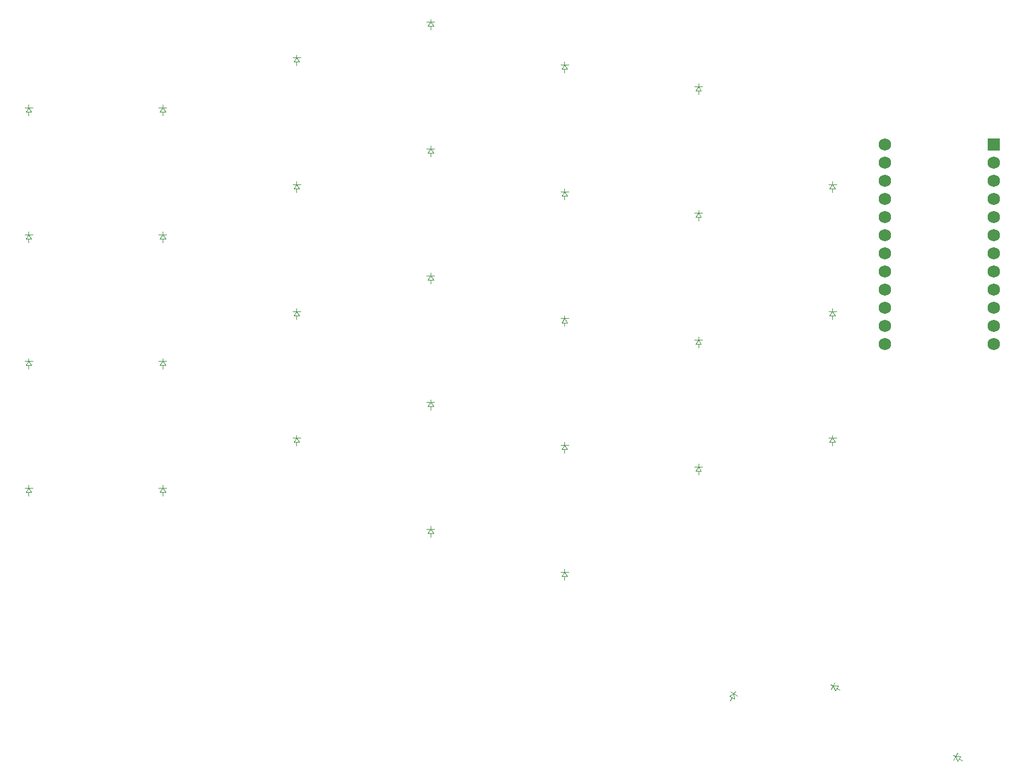
<source format=gbr>
%TF.GenerationSoftware,KiCad,Pcbnew,9.0.7*%
%TF.CreationDate,2026-01-28T22:46:33+01:00*%
%TF.ProjectId,board_left_finished,626f6172-645f-46c6-9566-745f66696e69,v1.0.0*%
%TF.SameCoordinates,Original*%
%TF.FileFunction,Legend,Bot*%
%TF.FilePolarity,Positive*%
%FSLAX46Y46*%
G04 Gerber Fmt 4.6, Leading zero omitted, Abs format (unit mm)*
G04 Created by KiCad (PCBNEW 9.0.7) date 2026-01-28 22:46:33*
%MOMM*%
%LPD*%
G01*
G04 APERTURE LIST*
%ADD10C,0.100000*%
%ADD11R,1.752600X1.752600*%
%ADD12C,1.752600*%
G04 APERTURE END LIST*
D10*
%TO.C,D1*%
X105600000Y-130500000D02*
X106000000Y-129900000D01*
X106000000Y-129500000D02*
X106000000Y-129900000D01*
X106000000Y-129900000D02*
X105450000Y-129900000D01*
X106000000Y-129900000D02*
X106400000Y-130500000D01*
X106000000Y-129900000D02*
X106550000Y-129900000D01*
X106000000Y-130500000D02*
X106000000Y-131000000D01*
X106400000Y-130500000D02*
X105600000Y-130500000D01*
%TO.C,D10*%
X143100000Y-105750000D02*
X143500000Y-105150000D01*
X143500000Y-104750000D02*
X143500000Y-105150000D01*
X143500000Y-105150000D02*
X142950000Y-105150000D01*
X143500000Y-105150000D02*
X143900000Y-105750000D01*
X143500000Y-105150000D02*
X144050000Y-105150000D01*
X143500000Y-105750000D02*
X143500000Y-106250000D01*
X143900000Y-105750000D02*
X143100000Y-105750000D01*
%TO.C,D8*%
X124350000Y-77250000D02*
X124750000Y-76650000D01*
X124750000Y-76250000D02*
X124750000Y-76650000D01*
X124750000Y-76650000D02*
X124200000Y-76650000D01*
X124750000Y-76650000D02*
X125150000Y-77250000D01*
X124750000Y-76650000D02*
X125300000Y-76650000D01*
X124750000Y-77250000D02*
X124750000Y-77750000D01*
X125150000Y-77250000D02*
X124350000Y-77250000D01*
%TO.C,D2*%
X105600000Y-112750000D02*
X106000000Y-112150000D01*
X106000000Y-111750000D02*
X106000000Y-112150000D01*
X106000000Y-112150000D02*
X105450000Y-112150000D01*
X106000000Y-112150000D02*
X106400000Y-112750000D01*
X106000000Y-112150000D02*
X106550000Y-112150000D01*
X106000000Y-112750000D02*
X106000000Y-113250000D01*
X106400000Y-112750000D02*
X105600000Y-112750000D01*
%TO.C,D18*%
X180600000Y-142250000D02*
X181000000Y-141650000D01*
X181000000Y-141250000D02*
X181000000Y-141650000D01*
X181000000Y-141650000D02*
X180450000Y-141650000D01*
X181000000Y-141650000D02*
X181400000Y-142250000D01*
X181000000Y-141650000D02*
X181550000Y-141650000D01*
X181000000Y-142250000D02*
X181000000Y-142750000D01*
X181400000Y-142250000D02*
X180600000Y-142250000D01*
%TO.C,D32*%
X235386081Y-167298200D02*
X235732491Y-167498200D01*
X235732491Y-167498200D02*
X235457491Y-167974514D01*
X235732491Y-167498200D02*
X236007491Y-167021886D01*
X235732491Y-167498200D02*
X236452106Y-167451790D01*
X236052106Y-168144610D02*
X235732491Y-167498200D01*
X236252106Y-167798200D02*
X236685119Y-168048200D01*
X236452106Y-167451790D02*
X236052106Y-168144610D01*
%TO.C,D7*%
X124350000Y-95000000D02*
X124750000Y-94400000D01*
X124750000Y-94000000D02*
X124750000Y-94400000D01*
X124750000Y-94400000D02*
X124200000Y-94400000D01*
X124750000Y-94400000D02*
X125150000Y-95000000D01*
X124750000Y-94400000D02*
X125300000Y-94400000D01*
X124750000Y-95000000D02*
X124750000Y-95500000D01*
X125150000Y-95000000D02*
X124350000Y-95000000D01*
%TO.C,D28*%
X218100000Y-105750000D02*
X218500000Y-105150000D01*
X218500000Y-104750000D02*
X218500000Y-105150000D01*
X218500000Y-105150000D02*
X217950000Y-105150000D01*
X218500000Y-105150000D02*
X218900000Y-105750000D01*
X218500000Y-105150000D02*
X219050000Y-105150000D01*
X218500000Y-105750000D02*
X218500000Y-106250000D01*
X218900000Y-105750000D02*
X218100000Y-105750000D01*
%TO.C,D13*%
X161850000Y-136250000D02*
X162250000Y-135650000D01*
X162250000Y-135250000D02*
X162250000Y-135650000D01*
X162250000Y-135650000D02*
X161700000Y-135650000D01*
X162250000Y-135650000D02*
X162650000Y-136250000D01*
X162250000Y-135650000D02*
X162800000Y-135650000D01*
X162250000Y-136250000D02*
X162250000Y-136750000D01*
X162650000Y-136250000D02*
X161850000Y-136250000D01*
%TO.C,D30*%
X204072790Y-159034406D02*
X204719200Y-158714791D01*
X204419200Y-159234406D02*
X204169200Y-159667419D01*
X204719200Y-158714791D02*
X204242886Y-158439791D01*
X204719200Y-158714791D02*
X204765610Y-159434406D01*
X204719200Y-158714791D02*
X205195514Y-158989791D01*
X204765610Y-159434406D02*
X204072790Y-159034406D01*
X204919200Y-158368381D02*
X204719200Y-158714791D01*
%TO.C,D17*%
X161850000Y-65250000D02*
X162250000Y-64650000D01*
X162250000Y-64250000D02*
X162250000Y-64650000D01*
X162250000Y-64650000D02*
X161700000Y-64650000D01*
X162250000Y-64650000D02*
X162650000Y-65250000D01*
X162250000Y-64650000D02*
X162800000Y-64650000D01*
X162250000Y-65250000D02*
X162250000Y-65750000D01*
X162650000Y-65250000D02*
X161850000Y-65250000D01*
%TO.C,D22*%
X180600000Y-71250000D02*
X181000000Y-70650000D01*
X181000000Y-70250000D02*
X181000000Y-70650000D01*
X181000000Y-70650000D02*
X180450000Y-70650000D01*
X181000000Y-70650000D02*
X181400000Y-71250000D01*
X181000000Y-70650000D02*
X181550000Y-70650000D01*
X181000000Y-71250000D02*
X181000000Y-71750000D01*
X181400000Y-71250000D02*
X180600000Y-71250000D01*
%TO.C,D27*%
X218100000Y-123500000D02*
X218500000Y-122900000D01*
X218500000Y-122500000D02*
X218500000Y-122900000D01*
X218500000Y-122900000D02*
X217950000Y-122900000D01*
X218500000Y-122900000D02*
X218900000Y-123500000D01*
X218500000Y-122900000D02*
X219050000Y-122900000D01*
X218500000Y-123500000D02*
X218500000Y-124000000D01*
X218900000Y-123500000D02*
X218100000Y-123500000D01*
%TO.C,D5*%
X124350000Y-130500000D02*
X124750000Y-129900000D01*
X124750000Y-129500000D02*
X124750000Y-129900000D01*
X124750000Y-129900000D02*
X124200000Y-129900000D01*
X124750000Y-129900000D02*
X125150000Y-130500000D01*
X124750000Y-129900000D02*
X125300000Y-129900000D01*
X124750000Y-130500000D02*
X124750000Y-131000000D01*
X125150000Y-130500000D02*
X124350000Y-130500000D01*
%TO.C,D3*%
X105600000Y-95000000D02*
X106000000Y-94400000D01*
X106000000Y-94000000D02*
X106000000Y-94400000D01*
X106000000Y-94400000D02*
X105450000Y-94400000D01*
X106000000Y-94400000D02*
X106400000Y-95000000D01*
X106000000Y-94400000D02*
X106550000Y-94400000D01*
X106000000Y-95000000D02*
X106000000Y-95500000D01*
X106400000Y-95000000D02*
X105600000Y-95000000D01*
%TO.C,D15*%
X161850000Y-100750000D02*
X162250000Y-100150000D01*
X162250000Y-99750000D02*
X162250000Y-100150000D01*
X162250000Y-100150000D02*
X161700000Y-100150000D01*
X162250000Y-100150000D02*
X162650000Y-100750000D01*
X162250000Y-100150000D02*
X162800000Y-100150000D01*
X162250000Y-100750000D02*
X162250000Y-101250000D01*
X162650000Y-100750000D02*
X161850000Y-100750000D01*
%TO.C,D20*%
X180600000Y-106750000D02*
X181000000Y-106150000D01*
X181000000Y-105750000D02*
X181000000Y-106150000D01*
X181000000Y-106150000D02*
X180450000Y-106150000D01*
X181000000Y-106150000D02*
X181400000Y-106750000D01*
X181000000Y-106150000D02*
X181550000Y-106150000D01*
X181000000Y-106750000D02*
X181000000Y-107250000D01*
X181400000Y-106750000D02*
X180600000Y-106750000D01*
%TO.C,D16*%
X161850000Y-83000000D02*
X162250000Y-82400000D01*
X162250000Y-82000000D02*
X162250000Y-82400000D01*
X162250000Y-82400000D02*
X161700000Y-82400000D01*
X162250000Y-82400000D02*
X162650000Y-83000000D01*
X162250000Y-82400000D02*
X162800000Y-82400000D01*
X162250000Y-83000000D02*
X162250000Y-83500000D01*
X162650000Y-83000000D02*
X161850000Y-83000000D01*
%TO.C,D9*%
X143100000Y-123500000D02*
X143500000Y-122900000D01*
X143500000Y-122500000D02*
X143500000Y-122900000D01*
X143500000Y-122900000D02*
X142950000Y-122900000D01*
X143500000Y-122900000D02*
X143900000Y-123500000D01*
X143500000Y-122900000D02*
X144050000Y-122900000D01*
X143500000Y-123500000D02*
X143500000Y-124000000D01*
X143900000Y-123500000D02*
X143100000Y-123500000D01*
%TO.C,D4*%
X105600000Y-77250000D02*
X106000000Y-76650000D01*
X106000000Y-76250000D02*
X106000000Y-76650000D01*
X106000000Y-76650000D02*
X105450000Y-76650000D01*
X106000000Y-76650000D02*
X106400000Y-77250000D01*
X106000000Y-76650000D02*
X106550000Y-76650000D01*
X106000000Y-77250000D02*
X106000000Y-77750000D01*
X106400000Y-77250000D02*
X105600000Y-77250000D01*
%TO.C,D19*%
X180600000Y-124500000D02*
X181000000Y-123900000D01*
X181000000Y-123500000D02*
X181000000Y-123900000D01*
X181000000Y-123900000D02*
X180450000Y-123900000D01*
X181000000Y-123900000D02*
X181400000Y-124500000D01*
X181000000Y-123900000D02*
X181550000Y-123900000D01*
X181000000Y-124500000D02*
X181000000Y-125000000D01*
X181400000Y-124500000D02*
X180600000Y-124500000D01*
%TO.C,D11*%
X143100000Y-88000000D02*
X143500000Y-87400000D01*
X143500000Y-87000000D02*
X143500000Y-87400000D01*
X143500000Y-87400000D02*
X142950000Y-87400000D01*
X143500000Y-87400000D02*
X143900000Y-88000000D01*
X143500000Y-87400000D02*
X144050000Y-87400000D01*
X143500000Y-88000000D02*
X143500000Y-88500000D01*
X143900000Y-88000000D02*
X143100000Y-88000000D01*
%TO.C,D21*%
X180600000Y-89000000D02*
X181000000Y-88400000D01*
X181000000Y-88000000D02*
X181000000Y-88400000D01*
X181000000Y-88400000D02*
X180450000Y-88400000D01*
X181000000Y-88400000D02*
X181400000Y-89000000D01*
X181000000Y-88400000D02*
X181550000Y-88400000D01*
X181000000Y-89000000D02*
X181000000Y-89500000D01*
X181400000Y-89000000D02*
X180600000Y-89000000D01*
%TO.C,D29*%
X218100000Y-88000000D02*
X218500000Y-87400000D01*
X218500000Y-87000000D02*
X218500000Y-87400000D01*
X218500000Y-87400000D02*
X217950000Y-87400000D01*
X218500000Y-87400000D02*
X218900000Y-88000000D01*
X218500000Y-87400000D02*
X219050000Y-87400000D01*
X218500000Y-88000000D02*
X218500000Y-88500000D01*
X218900000Y-88000000D02*
X218100000Y-88000000D01*
%TO.C,D24*%
X199350000Y-109750000D02*
X199750000Y-109150000D01*
X199750000Y-108750000D02*
X199750000Y-109150000D01*
X199750000Y-109150000D02*
X199200000Y-109150000D01*
X199750000Y-109150000D02*
X200150000Y-109750000D01*
X199750000Y-109150000D02*
X200300000Y-109150000D01*
X199750000Y-109750000D02*
X199750000Y-110250000D01*
X200150000Y-109750000D02*
X199350000Y-109750000D01*
%TO.C,D6*%
X124350000Y-112750000D02*
X124750000Y-112150000D01*
X124750000Y-111750000D02*
X124750000Y-112150000D01*
X124750000Y-112150000D02*
X124200000Y-112150000D01*
X124750000Y-112150000D02*
X125150000Y-112750000D01*
X124750000Y-112150000D02*
X125300000Y-112150000D01*
X124750000Y-112750000D02*
X124750000Y-113250000D01*
X125150000Y-112750000D02*
X124350000Y-112750000D01*
%TO.C,D26*%
X199350000Y-74250000D02*
X199750000Y-73650000D01*
X199750000Y-73250000D02*
X199750000Y-73650000D01*
X199750000Y-73650000D02*
X199200000Y-73650000D01*
X199750000Y-73650000D02*
X200150000Y-74250000D01*
X199750000Y-73650000D02*
X200300000Y-73650000D01*
X199750000Y-74250000D02*
X199750000Y-74750000D01*
X200150000Y-74250000D02*
X199350000Y-74250000D01*
%TO.C,D23*%
X199350000Y-127500000D02*
X199750000Y-126900000D01*
X199750000Y-126500000D02*
X199750000Y-126900000D01*
X199750000Y-126900000D02*
X199200000Y-126900000D01*
X199750000Y-126900000D02*
X200150000Y-127500000D01*
X199750000Y-126900000D02*
X200300000Y-126900000D01*
X199750000Y-127500000D02*
X199750000Y-128000000D01*
X200150000Y-127500000D02*
X199350000Y-127500000D01*
%TO.C,D25*%
X199350000Y-92000000D02*
X199750000Y-91400000D01*
X199750000Y-91000000D02*
X199750000Y-91400000D01*
X199750000Y-91400000D02*
X199200000Y-91400000D01*
X199750000Y-91400000D02*
X200150000Y-92000000D01*
X199750000Y-91400000D02*
X200300000Y-91400000D01*
X199750000Y-92000000D02*
X199750000Y-92500000D01*
X200150000Y-92000000D02*
X199350000Y-92000000D01*
%TO.C,D12*%
X143100000Y-70250000D02*
X143500000Y-69650000D01*
X143500000Y-69250000D02*
X143500000Y-69650000D01*
X143500000Y-69650000D02*
X142950000Y-69650000D01*
X143500000Y-69650000D02*
X143900000Y-70250000D01*
X143500000Y-69650000D02*
X144050000Y-69650000D01*
X143500000Y-70250000D02*
X143500000Y-70750000D01*
X143900000Y-70250000D02*
X143100000Y-70250000D01*
%TO.C,D31*%
X218238781Y-157398200D02*
X218585191Y-157598200D01*
X218585191Y-157598200D02*
X218310191Y-158074514D01*
X218585191Y-157598200D02*
X218860191Y-157121886D01*
X218585191Y-157598200D02*
X219304806Y-157551790D01*
X218904806Y-158244610D02*
X218585191Y-157598200D01*
X219104806Y-157898200D02*
X219537819Y-158148200D01*
X219304806Y-157551790D02*
X218904806Y-158244610D01*
%TO.C,D14*%
X161850000Y-118500000D02*
X162250000Y-117900000D01*
X162250000Y-117500000D02*
X162250000Y-117900000D01*
X162250000Y-117900000D02*
X161700000Y-117900000D01*
X162250000Y-117900000D02*
X162650000Y-118500000D01*
X162250000Y-117900000D02*
X162800000Y-117900000D01*
X162250000Y-118500000D02*
X162250000Y-119000000D01*
X162650000Y-118500000D02*
X161850000Y-118500000D01*
%TD*%
D11*
%TO.C,MCU1*%
X241075000Y-81780000D03*
D12*
X241075000Y-84320000D03*
X241075000Y-86860000D03*
X241075000Y-89400000D03*
X241075000Y-91940000D03*
X241075000Y-94480000D03*
X241075000Y-97020000D03*
X241075000Y-99560000D03*
X241075000Y-102100000D03*
X241075000Y-104640000D03*
X241075000Y-107180000D03*
X241075000Y-109720000D03*
X225835000Y-81780000D03*
X225835000Y-84320000D03*
X225835000Y-86860000D03*
X225835000Y-89400000D03*
X225835000Y-91940000D03*
X225835000Y-94480000D03*
X225835000Y-97020000D03*
X225835000Y-99560000D03*
X225835000Y-102100000D03*
X225835000Y-104640000D03*
X225835000Y-107180000D03*
X225835000Y-109720000D03*
%TD*%
M02*

</source>
